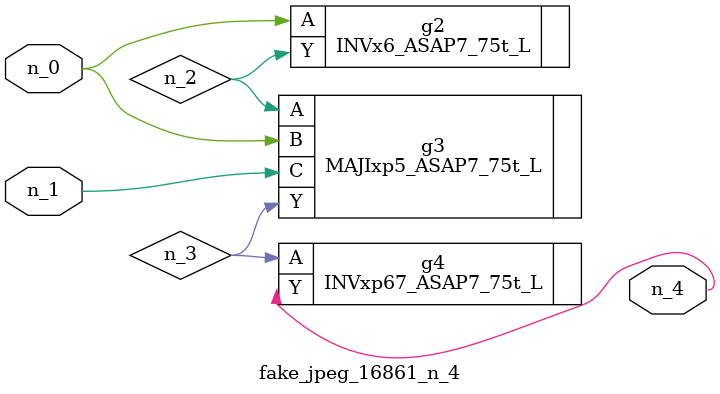
<source format=v>
module fake_jpeg_16861_n_4 (n_0, n_1, n_4);

input n_0;
input n_1;

output n_4;

wire n_2;
wire n_3;

INVx6_ASAP7_75t_L g2 ( 
.A(n_0),
.Y(n_2)
);

MAJIxp5_ASAP7_75t_L g3 ( 
.A(n_2),
.B(n_0),
.C(n_1),
.Y(n_3)
);

INVxp67_ASAP7_75t_L g4 ( 
.A(n_3),
.Y(n_4)
);


endmodule
</source>
